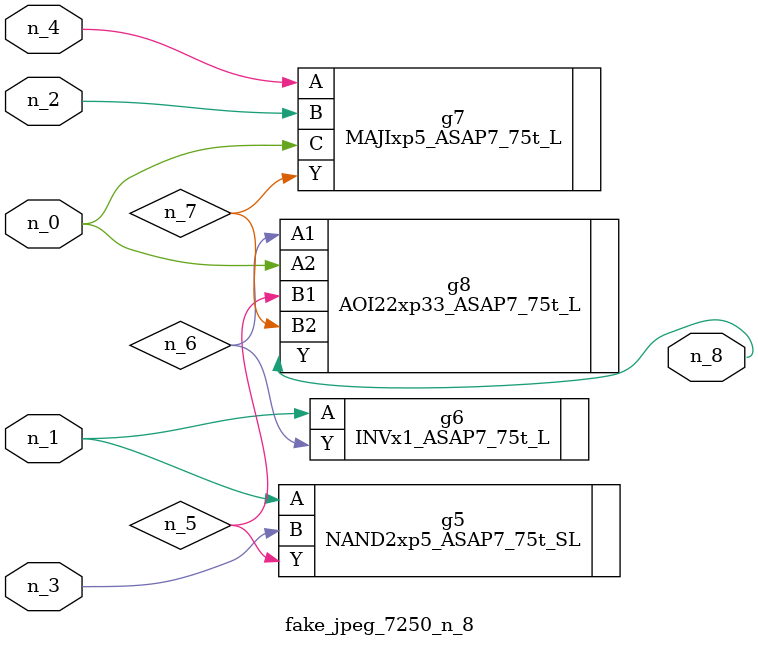
<source format=v>
module fake_jpeg_7250_n_8 (n_3, n_2, n_1, n_0, n_4, n_8);

input n_3;
input n_2;
input n_1;
input n_0;
input n_4;

output n_8;

wire n_6;
wire n_5;
wire n_7;

NAND2xp5_ASAP7_75t_SL g5 ( 
.A(n_1),
.B(n_3),
.Y(n_5)
);

INVx1_ASAP7_75t_L g6 ( 
.A(n_1),
.Y(n_6)
);

MAJIxp5_ASAP7_75t_L g7 ( 
.A(n_4),
.B(n_2),
.C(n_0),
.Y(n_7)
);

AOI22xp33_ASAP7_75t_L g8 ( 
.A1(n_6),
.A2(n_0),
.B1(n_5),
.B2(n_7),
.Y(n_8)
);


endmodule
</source>
